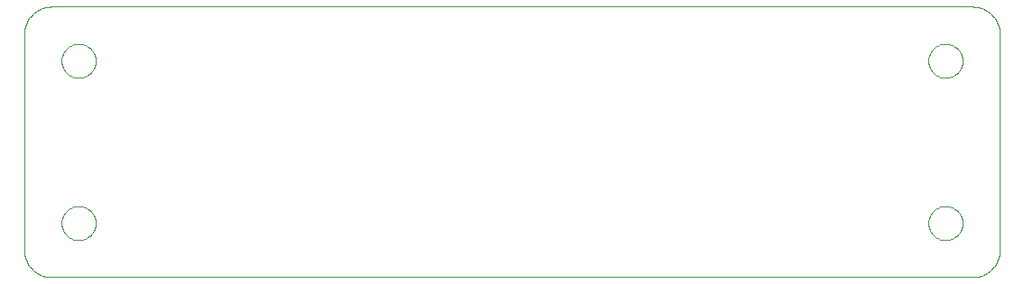
<source format=gtp>
G75*
G70*
%OFA0B0*%
%FSLAX24Y24*%
%IPPOS*%
%LPD*%
%AMOC8*
5,1,8,0,0,1.08239X$1,22.5*
%
%ADD10C,0.0000*%
D10*
X001811Y000100D02*
X035811Y000100D01*
X035871Y000102D01*
X035932Y000107D01*
X035991Y000116D01*
X036050Y000129D01*
X036109Y000145D01*
X036166Y000165D01*
X036221Y000188D01*
X036276Y000215D01*
X036328Y000244D01*
X036379Y000277D01*
X036428Y000313D01*
X036474Y000351D01*
X036518Y000393D01*
X036560Y000437D01*
X036598Y000483D01*
X036634Y000532D01*
X036667Y000583D01*
X036696Y000635D01*
X036723Y000690D01*
X036746Y000745D01*
X036766Y000802D01*
X036782Y000861D01*
X036795Y000920D01*
X036804Y000979D01*
X036809Y001040D01*
X036811Y001100D01*
X036811Y009100D01*
X036809Y009160D01*
X036804Y009221D01*
X036795Y009280D01*
X036782Y009339D01*
X036766Y009398D01*
X036746Y009455D01*
X036723Y009510D01*
X036696Y009565D01*
X036667Y009617D01*
X036634Y009668D01*
X036598Y009717D01*
X036560Y009763D01*
X036518Y009807D01*
X036474Y009849D01*
X036428Y009887D01*
X036379Y009923D01*
X036328Y009956D01*
X036276Y009985D01*
X036221Y010012D01*
X036166Y010035D01*
X036109Y010055D01*
X036050Y010071D01*
X035991Y010084D01*
X035932Y010093D01*
X035871Y010098D01*
X035811Y010100D01*
X001811Y010100D01*
X001751Y010098D01*
X001690Y010093D01*
X001631Y010084D01*
X001572Y010071D01*
X001513Y010055D01*
X001456Y010035D01*
X001401Y010012D01*
X001346Y009985D01*
X001294Y009956D01*
X001243Y009923D01*
X001194Y009887D01*
X001148Y009849D01*
X001104Y009807D01*
X001062Y009763D01*
X001024Y009717D01*
X000988Y009668D01*
X000955Y009617D01*
X000926Y009565D01*
X000899Y009510D01*
X000876Y009455D01*
X000856Y009398D01*
X000840Y009339D01*
X000827Y009280D01*
X000818Y009221D01*
X000813Y009160D01*
X000811Y009100D01*
X000811Y001100D01*
X000813Y001040D01*
X000818Y000979D01*
X000827Y000920D01*
X000840Y000861D01*
X000856Y000802D01*
X000876Y000745D01*
X000899Y000690D01*
X000926Y000635D01*
X000955Y000583D01*
X000988Y000532D01*
X001024Y000483D01*
X001062Y000437D01*
X001104Y000393D01*
X001148Y000351D01*
X001194Y000313D01*
X001243Y000277D01*
X001294Y000244D01*
X001346Y000215D01*
X001401Y000188D01*
X001456Y000165D01*
X001513Y000145D01*
X001572Y000129D01*
X001631Y000116D01*
X001690Y000107D01*
X001751Y000102D01*
X001811Y000100D01*
X002181Y002100D02*
X002183Y002150D01*
X002189Y002200D01*
X002199Y002249D01*
X002213Y002297D01*
X002230Y002344D01*
X002251Y002389D01*
X002276Y002433D01*
X002304Y002474D01*
X002336Y002513D01*
X002370Y002550D01*
X002407Y002584D01*
X002447Y002614D01*
X002489Y002641D01*
X002533Y002665D01*
X002579Y002686D01*
X002626Y002702D01*
X002674Y002715D01*
X002724Y002724D01*
X002773Y002729D01*
X002824Y002730D01*
X002874Y002727D01*
X002923Y002720D01*
X002972Y002709D01*
X003020Y002694D01*
X003066Y002676D01*
X003111Y002654D01*
X003154Y002628D01*
X003195Y002599D01*
X003234Y002567D01*
X003270Y002532D01*
X003302Y002494D01*
X003332Y002454D01*
X003359Y002411D01*
X003382Y002367D01*
X003401Y002321D01*
X003417Y002273D01*
X003429Y002224D01*
X003437Y002175D01*
X003441Y002125D01*
X003441Y002075D01*
X003437Y002025D01*
X003429Y001976D01*
X003417Y001927D01*
X003401Y001879D01*
X003382Y001833D01*
X003359Y001789D01*
X003332Y001746D01*
X003302Y001706D01*
X003270Y001668D01*
X003234Y001633D01*
X003195Y001601D01*
X003154Y001572D01*
X003111Y001546D01*
X003066Y001524D01*
X003020Y001506D01*
X002972Y001491D01*
X002923Y001480D01*
X002874Y001473D01*
X002824Y001470D01*
X002773Y001471D01*
X002724Y001476D01*
X002674Y001485D01*
X002626Y001498D01*
X002579Y001514D01*
X002533Y001535D01*
X002489Y001559D01*
X002447Y001586D01*
X002407Y001616D01*
X002370Y001650D01*
X002336Y001687D01*
X002304Y001726D01*
X002276Y001767D01*
X002251Y001811D01*
X002230Y001856D01*
X002213Y001903D01*
X002199Y001951D01*
X002189Y002000D01*
X002183Y002050D01*
X002181Y002100D01*
X002181Y008100D02*
X002183Y008150D01*
X002189Y008200D01*
X002199Y008249D01*
X002213Y008297D01*
X002230Y008344D01*
X002251Y008389D01*
X002276Y008433D01*
X002304Y008474D01*
X002336Y008513D01*
X002370Y008550D01*
X002407Y008584D01*
X002447Y008614D01*
X002489Y008641D01*
X002533Y008665D01*
X002579Y008686D01*
X002626Y008702D01*
X002674Y008715D01*
X002724Y008724D01*
X002773Y008729D01*
X002824Y008730D01*
X002874Y008727D01*
X002923Y008720D01*
X002972Y008709D01*
X003020Y008694D01*
X003066Y008676D01*
X003111Y008654D01*
X003154Y008628D01*
X003195Y008599D01*
X003234Y008567D01*
X003270Y008532D01*
X003302Y008494D01*
X003332Y008454D01*
X003359Y008411D01*
X003382Y008367D01*
X003401Y008321D01*
X003417Y008273D01*
X003429Y008224D01*
X003437Y008175D01*
X003441Y008125D01*
X003441Y008075D01*
X003437Y008025D01*
X003429Y007976D01*
X003417Y007927D01*
X003401Y007879D01*
X003382Y007833D01*
X003359Y007789D01*
X003332Y007746D01*
X003302Y007706D01*
X003270Y007668D01*
X003234Y007633D01*
X003195Y007601D01*
X003154Y007572D01*
X003111Y007546D01*
X003066Y007524D01*
X003020Y007506D01*
X002972Y007491D01*
X002923Y007480D01*
X002874Y007473D01*
X002824Y007470D01*
X002773Y007471D01*
X002724Y007476D01*
X002674Y007485D01*
X002626Y007498D01*
X002579Y007514D01*
X002533Y007535D01*
X002489Y007559D01*
X002447Y007586D01*
X002407Y007616D01*
X002370Y007650D01*
X002336Y007687D01*
X002304Y007726D01*
X002276Y007767D01*
X002251Y007811D01*
X002230Y007856D01*
X002213Y007903D01*
X002199Y007951D01*
X002189Y008000D01*
X002183Y008050D01*
X002181Y008100D01*
X034181Y008100D02*
X034183Y008150D01*
X034189Y008200D01*
X034199Y008249D01*
X034213Y008297D01*
X034230Y008344D01*
X034251Y008389D01*
X034276Y008433D01*
X034304Y008474D01*
X034336Y008513D01*
X034370Y008550D01*
X034407Y008584D01*
X034447Y008614D01*
X034489Y008641D01*
X034533Y008665D01*
X034579Y008686D01*
X034626Y008702D01*
X034674Y008715D01*
X034724Y008724D01*
X034773Y008729D01*
X034824Y008730D01*
X034874Y008727D01*
X034923Y008720D01*
X034972Y008709D01*
X035020Y008694D01*
X035066Y008676D01*
X035111Y008654D01*
X035154Y008628D01*
X035195Y008599D01*
X035234Y008567D01*
X035270Y008532D01*
X035302Y008494D01*
X035332Y008454D01*
X035359Y008411D01*
X035382Y008367D01*
X035401Y008321D01*
X035417Y008273D01*
X035429Y008224D01*
X035437Y008175D01*
X035441Y008125D01*
X035441Y008075D01*
X035437Y008025D01*
X035429Y007976D01*
X035417Y007927D01*
X035401Y007879D01*
X035382Y007833D01*
X035359Y007789D01*
X035332Y007746D01*
X035302Y007706D01*
X035270Y007668D01*
X035234Y007633D01*
X035195Y007601D01*
X035154Y007572D01*
X035111Y007546D01*
X035066Y007524D01*
X035020Y007506D01*
X034972Y007491D01*
X034923Y007480D01*
X034874Y007473D01*
X034824Y007470D01*
X034773Y007471D01*
X034724Y007476D01*
X034674Y007485D01*
X034626Y007498D01*
X034579Y007514D01*
X034533Y007535D01*
X034489Y007559D01*
X034447Y007586D01*
X034407Y007616D01*
X034370Y007650D01*
X034336Y007687D01*
X034304Y007726D01*
X034276Y007767D01*
X034251Y007811D01*
X034230Y007856D01*
X034213Y007903D01*
X034199Y007951D01*
X034189Y008000D01*
X034183Y008050D01*
X034181Y008100D01*
X034181Y002100D02*
X034183Y002150D01*
X034189Y002200D01*
X034199Y002249D01*
X034213Y002297D01*
X034230Y002344D01*
X034251Y002389D01*
X034276Y002433D01*
X034304Y002474D01*
X034336Y002513D01*
X034370Y002550D01*
X034407Y002584D01*
X034447Y002614D01*
X034489Y002641D01*
X034533Y002665D01*
X034579Y002686D01*
X034626Y002702D01*
X034674Y002715D01*
X034724Y002724D01*
X034773Y002729D01*
X034824Y002730D01*
X034874Y002727D01*
X034923Y002720D01*
X034972Y002709D01*
X035020Y002694D01*
X035066Y002676D01*
X035111Y002654D01*
X035154Y002628D01*
X035195Y002599D01*
X035234Y002567D01*
X035270Y002532D01*
X035302Y002494D01*
X035332Y002454D01*
X035359Y002411D01*
X035382Y002367D01*
X035401Y002321D01*
X035417Y002273D01*
X035429Y002224D01*
X035437Y002175D01*
X035441Y002125D01*
X035441Y002075D01*
X035437Y002025D01*
X035429Y001976D01*
X035417Y001927D01*
X035401Y001879D01*
X035382Y001833D01*
X035359Y001789D01*
X035332Y001746D01*
X035302Y001706D01*
X035270Y001668D01*
X035234Y001633D01*
X035195Y001601D01*
X035154Y001572D01*
X035111Y001546D01*
X035066Y001524D01*
X035020Y001506D01*
X034972Y001491D01*
X034923Y001480D01*
X034874Y001473D01*
X034824Y001470D01*
X034773Y001471D01*
X034724Y001476D01*
X034674Y001485D01*
X034626Y001498D01*
X034579Y001514D01*
X034533Y001535D01*
X034489Y001559D01*
X034447Y001586D01*
X034407Y001616D01*
X034370Y001650D01*
X034336Y001687D01*
X034304Y001726D01*
X034276Y001767D01*
X034251Y001811D01*
X034230Y001856D01*
X034213Y001903D01*
X034199Y001951D01*
X034189Y002000D01*
X034183Y002050D01*
X034181Y002100D01*
M02*

</source>
